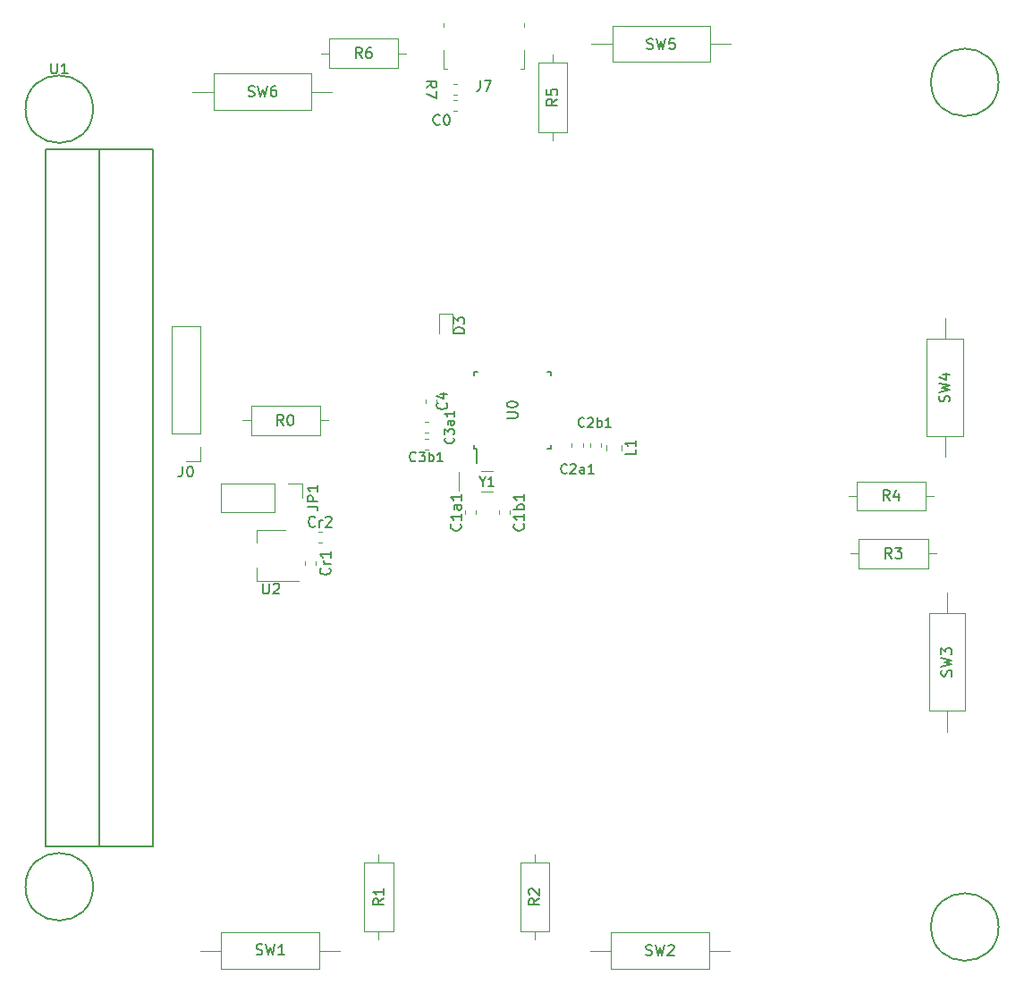
<source format=gto>
G04 #@! TF.GenerationSoftware,KiCad,Pcbnew,6.0.0-unknown-bc26ccf~86~ubuntu18.04.1*
G04 #@! TF.CreationDate,2019-06-19T17:05:38-04:00*
G04 #@! TF.ProjectId,DPL,44504c2e-6b69-4636-9164-5f7063625858,rev?*
G04 #@! TF.SameCoordinates,Original*
G04 #@! TF.FileFunction,Legend,Top*
G04 #@! TF.FilePolarity,Positive*
%FSLAX46Y46*%
G04 Gerber Fmt 4.6, Leading zero omitted, Abs format (unit mm)*
G04 Created by KiCad (PCBNEW 6.0.0-unknown-bc26ccf~86~ubuntu18.04.1) date 2019-06-19 17:05:38*
%MOMM*%
%LPD*%
G04 APERTURE LIST*
%ADD10C,0.120000*%
%ADD11C,0.200000*%
%ADD12C,0.150000*%
G04 APERTURE END LIST*
D10*
X93330000Y-75890000D02*
X90670000Y-75890000D01*
X93330000Y-86110000D02*
X93330000Y-75890000D01*
X90670000Y-86110000D02*
X90670000Y-75890000D01*
X93330000Y-86110000D02*
X90670000Y-86110000D01*
X93330000Y-87380000D02*
X93330000Y-88710000D01*
X93330000Y-88710000D02*
X92000000Y-88710000D01*
X108880000Y-133240000D02*
X111620000Y-133240000D01*
X111620000Y-133240000D02*
X111620000Y-126700000D01*
X111620000Y-126700000D02*
X108880000Y-126700000D01*
X108880000Y-126700000D02*
X108880000Y-133240000D01*
X110250000Y-134010000D02*
X110250000Y-133240000D01*
X110250000Y-125930000D02*
X110250000Y-126700000D01*
D11*
X78715000Y-59155000D02*
X88875000Y-59155000D01*
X88875000Y-59155000D02*
X88875000Y-125195000D01*
X88875000Y-125195000D02*
X78715000Y-125195000D01*
X78715000Y-125195000D02*
X78715000Y-59155000D01*
X83795000Y-59155000D02*
X83795000Y-125195000D01*
X83205000Y-55345000D02*
G75*
G03X83205000Y-55345000I-3200000J0D01*
G01*
X83205000Y-129005000D02*
G75*
G03X83205000Y-129005000I-3200000J0D01*
G01*
X168935000Y-132815000D02*
G75*
G03X168935000Y-132815000I-3200000J0D01*
G01*
X168935000Y-52805000D02*
G75*
G03X168935000Y-52805000I-3200000J0D01*
G01*
D10*
X95290000Y-90820000D02*
X95290000Y-93480000D01*
X100430000Y-90820000D02*
X95290000Y-90820000D01*
X100430000Y-93480000D02*
X95290000Y-93480000D01*
X100430000Y-90820000D02*
X100430000Y-93480000D01*
X101700000Y-90820000D02*
X103030000Y-90820000D01*
X103030000Y-90820000D02*
X103030000Y-92150000D01*
X94600000Y-51980000D02*
X94600000Y-55420000D01*
X94600000Y-55420000D02*
X103840000Y-55420000D01*
X103840000Y-55420000D02*
X103840000Y-51980000D01*
X103840000Y-51980000D02*
X94600000Y-51980000D01*
X92640000Y-53700000D02*
X94600000Y-53700000D01*
X105800000Y-53700000D02*
X103840000Y-53700000D01*
X141600000Y-50870000D02*
X141600000Y-47430000D01*
X141600000Y-47430000D02*
X132360000Y-47430000D01*
X132360000Y-47430000D02*
X132360000Y-50870000D01*
X132360000Y-50870000D02*
X141600000Y-50870000D01*
X143560000Y-49150000D02*
X141600000Y-49150000D01*
X130400000Y-49150000D02*
X132360000Y-49150000D01*
X165570000Y-77100000D02*
X162130000Y-77100000D01*
X162130000Y-77100000D02*
X162130000Y-86340000D01*
X162130000Y-86340000D02*
X165570000Y-86340000D01*
X165570000Y-86340000D02*
X165570000Y-77100000D01*
X163850000Y-75140000D02*
X163850000Y-77100000D01*
X163850000Y-88300000D02*
X163850000Y-86340000D01*
X162330000Y-112350000D02*
X165770000Y-112350000D01*
X165770000Y-112350000D02*
X165770000Y-103110000D01*
X165770000Y-103110000D02*
X162330000Y-103110000D01*
X162330000Y-103110000D02*
X162330000Y-112350000D01*
X164050000Y-114310000D02*
X164050000Y-112350000D01*
X164050000Y-101150000D02*
X164050000Y-103110000D01*
X141500000Y-136770000D02*
X141500000Y-133330000D01*
X141500000Y-133330000D02*
X132260000Y-133330000D01*
X132260000Y-133330000D02*
X132260000Y-136770000D01*
X132260000Y-136770000D02*
X141500000Y-136770000D01*
X143460000Y-135050000D02*
X141500000Y-135050000D01*
X130300000Y-135050000D02*
X132260000Y-135050000D01*
X95350000Y-133330000D02*
X95350000Y-136770000D01*
X95350000Y-136770000D02*
X104590000Y-136770000D01*
X104590000Y-136770000D02*
X104590000Y-133330000D01*
X104590000Y-133330000D02*
X95350000Y-133330000D01*
X93390000Y-135050000D02*
X95350000Y-135050000D01*
X106550000Y-135050000D02*
X104590000Y-135050000D01*
X117328733Y-52940000D02*
X117671267Y-52940000D01*
X117328733Y-53960000D02*
X117671267Y-53960000D01*
X119975000Y-89650000D02*
X121075000Y-89650000D01*
X119975000Y-91550000D02*
X121075000Y-91550000D01*
X117825000Y-89700000D02*
X117825000Y-91500000D01*
X98710000Y-96400000D02*
X98710000Y-95200000D01*
X98710000Y-95200000D02*
X101410000Y-95200000D01*
X102710000Y-100000000D02*
X98710000Y-100000000D01*
X98710000Y-100000000D02*
X98710000Y-98800000D01*
D12*
X119300000Y-87475000D02*
X119525000Y-87475000D01*
X119300000Y-80225000D02*
X119625000Y-80225000D01*
X126550000Y-80225000D02*
X126225000Y-80225000D01*
X126550000Y-87475000D02*
X126225000Y-87475000D01*
X119300000Y-87475000D02*
X119300000Y-87150000D01*
X126550000Y-87475000D02*
X126550000Y-87150000D01*
X126550000Y-80225000D02*
X126550000Y-80550000D01*
X119300000Y-80225000D02*
X119300000Y-80550000D01*
X119525000Y-87475000D02*
X119525000Y-88900000D01*
D10*
X105560000Y-48680000D02*
X105560000Y-51420000D01*
X105560000Y-51420000D02*
X112100000Y-51420000D01*
X112100000Y-51420000D02*
X112100000Y-48680000D01*
X112100000Y-48680000D02*
X105560000Y-48680000D01*
X104790000Y-50050000D02*
X105560000Y-50050000D01*
X112870000Y-50050000D02*
X112100000Y-50050000D01*
X128070000Y-50960000D02*
X125330000Y-50960000D01*
X125330000Y-50960000D02*
X125330000Y-57500000D01*
X125330000Y-57500000D02*
X128070000Y-57500000D01*
X128070000Y-57500000D02*
X128070000Y-50960000D01*
X126700000Y-50190000D02*
X126700000Y-50960000D01*
X126700000Y-58270000D02*
X126700000Y-57500000D01*
X162040000Y-93370000D02*
X162040000Y-90630000D01*
X162040000Y-90630000D02*
X155500000Y-90630000D01*
X155500000Y-90630000D02*
X155500000Y-93370000D01*
X155500000Y-93370000D02*
X162040000Y-93370000D01*
X162810000Y-92000000D02*
X162040000Y-92000000D01*
X154730000Y-92000000D02*
X155500000Y-92000000D01*
X162240000Y-98820000D02*
X162240000Y-96080000D01*
X162240000Y-96080000D02*
X155700000Y-96080000D01*
X155700000Y-96080000D02*
X155700000Y-98820000D01*
X155700000Y-98820000D02*
X162240000Y-98820000D01*
X163010000Y-97450000D02*
X162240000Y-97450000D01*
X154930000Y-97450000D02*
X155700000Y-97450000D01*
X123630000Y-133240000D02*
X126370000Y-133240000D01*
X126370000Y-133240000D02*
X126370000Y-126700000D01*
X126370000Y-126700000D02*
X123630000Y-126700000D01*
X123630000Y-126700000D02*
X123630000Y-133240000D01*
X125000000Y-134010000D02*
X125000000Y-133240000D01*
X125000000Y-125930000D02*
X125000000Y-126700000D01*
X104690000Y-86210000D02*
X104690000Y-83470000D01*
X104690000Y-83470000D02*
X98150000Y-83470000D01*
X98150000Y-83470000D02*
X98150000Y-86210000D01*
X98150000Y-86210000D02*
X104690000Y-86210000D01*
X105460000Y-84840000D02*
X104690000Y-84840000D01*
X97380000Y-84840000D02*
X98150000Y-84840000D01*
X131790000Y-87661252D02*
X131790000Y-87138748D01*
X133210000Y-87661252D02*
X133210000Y-87138748D01*
X116390000Y-51560000D02*
X116770000Y-51560000D01*
X116390000Y-47510000D02*
X116390000Y-47250000D01*
X116390000Y-51560000D02*
X116390000Y-49790000D01*
X124010000Y-51560000D02*
X123630000Y-51560000D01*
X124010000Y-49790000D02*
X124010000Y-51560000D01*
X124010000Y-47250000D02*
X124010000Y-47510000D01*
X117200000Y-74700000D02*
X116000000Y-74700000D01*
X117200000Y-76550000D02*
X117200000Y-74700000D01*
X116000000Y-76550000D02*
X116000000Y-74700000D01*
X104528733Y-95390000D02*
X104871267Y-95390000D01*
X104528733Y-96410000D02*
X104871267Y-96410000D01*
X104310000Y-98178733D02*
X104310000Y-98521267D01*
X103290000Y-98178733D02*
X103290000Y-98521267D01*
X114921267Y-87560000D02*
X114578733Y-87560000D01*
X114921267Y-86540000D02*
X114578733Y-86540000D01*
X114921267Y-86010000D02*
X114578733Y-86010000D01*
X114921267Y-84990000D02*
X114578733Y-84990000D01*
X130240000Y-87371267D02*
X130240000Y-87028733D01*
X131260000Y-87371267D02*
X131260000Y-87028733D01*
X128540000Y-87371267D02*
X128540000Y-87028733D01*
X129560000Y-87371267D02*
X129560000Y-87028733D01*
X122660000Y-93378733D02*
X122660000Y-93721267D01*
X121640000Y-93378733D02*
X121640000Y-93721267D01*
X119410000Y-93378733D02*
X119410000Y-93721267D01*
X118390000Y-93378733D02*
X118390000Y-93721267D01*
X114690000Y-83171267D02*
X114690000Y-82828733D01*
X115710000Y-83171267D02*
X115710000Y-82828733D01*
X117328733Y-54490000D02*
X117671267Y-54490000D01*
X117328733Y-55510000D02*
X117671267Y-55510000D01*
D12*
X91666666Y-89162380D02*
X91666666Y-89876666D01*
X91619047Y-90019523D01*
X91523809Y-90114761D01*
X91380952Y-90162380D01*
X91285714Y-90162380D01*
X92333333Y-89162380D02*
X92428571Y-89162380D01*
X92523809Y-89210000D01*
X92571428Y-89257619D01*
X92619047Y-89352857D01*
X92666666Y-89543333D01*
X92666666Y-89781428D01*
X92619047Y-89971904D01*
X92571428Y-90067142D01*
X92523809Y-90114761D01*
X92428571Y-90162380D01*
X92333333Y-90162380D01*
X92238095Y-90114761D01*
X92190476Y-90067142D01*
X92142857Y-89971904D01*
X92095238Y-89781428D01*
X92095238Y-89543333D01*
X92142857Y-89352857D01*
X92190476Y-89257619D01*
X92238095Y-89210000D01*
X92333333Y-89162380D01*
X110722380Y-130136666D02*
X110246190Y-130470000D01*
X110722380Y-130708095D02*
X109722380Y-130708095D01*
X109722380Y-130327142D01*
X109770000Y-130231904D01*
X109817619Y-130184285D01*
X109912857Y-130136666D01*
X110055714Y-130136666D01*
X110150952Y-130184285D01*
X110198571Y-130231904D01*
X110246190Y-130327142D01*
X110246190Y-130708095D01*
X110722380Y-129184285D02*
X110722380Y-129755714D01*
X110722380Y-129470000D02*
X109722380Y-129470000D01*
X109865238Y-129565238D01*
X109960476Y-129660476D01*
X110008095Y-129755714D01*
X79243095Y-50987380D02*
X79243095Y-51796904D01*
X79290714Y-51892142D01*
X79338333Y-51939761D01*
X79433571Y-51987380D01*
X79624047Y-51987380D01*
X79719285Y-51939761D01*
X79766904Y-51892142D01*
X79814523Y-51796904D01*
X79814523Y-50987380D01*
X80814523Y-51987380D02*
X80243095Y-51987380D01*
X80528809Y-51987380D02*
X80528809Y-50987380D01*
X80433571Y-51130238D01*
X80338333Y-51225476D01*
X80243095Y-51273095D01*
X103482380Y-92983333D02*
X104196666Y-92983333D01*
X104339523Y-93030952D01*
X104434761Y-93126190D01*
X104482380Y-93269047D01*
X104482380Y-93364285D01*
X104482380Y-92507142D02*
X103482380Y-92507142D01*
X103482380Y-92126190D01*
X103530000Y-92030952D01*
X103577619Y-91983333D01*
X103672857Y-91935714D01*
X103815714Y-91935714D01*
X103910952Y-91983333D01*
X103958571Y-92030952D01*
X104006190Y-92126190D01*
X104006190Y-92507142D01*
X104482380Y-90983333D02*
X104482380Y-91554761D01*
X104482380Y-91269047D02*
X103482380Y-91269047D01*
X103625238Y-91364285D01*
X103720476Y-91459523D01*
X103768095Y-91554761D01*
X97916666Y-54104761D02*
X98059523Y-54152380D01*
X98297619Y-54152380D01*
X98392857Y-54104761D01*
X98440476Y-54057142D01*
X98488095Y-53961904D01*
X98488095Y-53866666D01*
X98440476Y-53771428D01*
X98392857Y-53723809D01*
X98297619Y-53676190D01*
X98107142Y-53628571D01*
X98011904Y-53580952D01*
X97964285Y-53533333D01*
X97916666Y-53438095D01*
X97916666Y-53342857D01*
X97964285Y-53247619D01*
X98011904Y-53200000D01*
X98107142Y-53152380D01*
X98345238Y-53152380D01*
X98488095Y-53200000D01*
X98821428Y-53152380D02*
X99059523Y-54152380D01*
X99250000Y-53438095D01*
X99440476Y-54152380D01*
X99678571Y-53152380D01*
X100488095Y-53152380D02*
X100297619Y-53152380D01*
X100202380Y-53200000D01*
X100154761Y-53247619D01*
X100059523Y-53390476D01*
X100011904Y-53580952D01*
X100011904Y-53961904D01*
X100059523Y-54057142D01*
X100107142Y-54104761D01*
X100202380Y-54152380D01*
X100392857Y-54152380D01*
X100488095Y-54104761D01*
X100535714Y-54057142D01*
X100583333Y-53961904D01*
X100583333Y-53723809D01*
X100535714Y-53628571D01*
X100488095Y-53580952D01*
X100392857Y-53533333D01*
X100202380Y-53533333D01*
X100107142Y-53580952D01*
X100059523Y-53628571D01*
X100011904Y-53723809D01*
X135646666Y-49604761D02*
X135789523Y-49652380D01*
X136027619Y-49652380D01*
X136122857Y-49604761D01*
X136170476Y-49557142D01*
X136218095Y-49461904D01*
X136218095Y-49366666D01*
X136170476Y-49271428D01*
X136122857Y-49223809D01*
X136027619Y-49176190D01*
X135837142Y-49128571D01*
X135741904Y-49080952D01*
X135694285Y-49033333D01*
X135646666Y-48938095D01*
X135646666Y-48842857D01*
X135694285Y-48747619D01*
X135741904Y-48700000D01*
X135837142Y-48652380D01*
X136075238Y-48652380D01*
X136218095Y-48700000D01*
X136551428Y-48652380D02*
X136789523Y-49652380D01*
X136980000Y-48938095D01*
X137170476Y-49652380D01*
X137408571Y-48652380D01*
X138265714Y-48652380D02*
X137789523Y-48652380D01*
X137741904Y-49128571D01*
X137789523Y-49080952D01*
X137884761Y-49033333D01*
X138122857Y-49033333D01*
X138218095Y-49080952D01*
X138265714Y-49128571D01*
X138313333Y-49223809D01*
X138313333Y-49461904D01*
X138265714Y-49557142D01*
X138218095Y-49604761D01*
X138122857Y-49652380D01*
X137884761Y-49652380D01*
X137789523Y-49604761D01*
X137741904Y-49557142D01*
X164254761Y-83053333D02*
X164302380Y-82910476D01*
X164302380Y-82672380D01*
X164254761Y-82577142D01*
X164207142Y-82529523D01*
X164111904Y-82481904D01*
X164016666Y-82481904D01*
X163921428Y-82529523D01*
X163873809Y-82577142D01*
X163826190Y-82672380D01*
X163778571Y-82862857D01*
X163730952Y-82958095D01*
X163683333Y-83005714D01*
X163588095Y-83053333D01*
X163492857Y-83053333D01*
X163397619Y-83005714D01*
X163350000Y-82958095D01*
X163302380Y-82862857D01*
X163302380Y-82624761D01*
X163350000Y-82481904D01*
X163302380Y-82148571D02*
X164302380Y-81910476D01*
X163588095Y-81720000D01*
X164302380Y-81529523D01*
X163302380Y-81291428D01*
X163635714Y-80481904D02*
X164302380Y-80481904D01*
X163254761Y-80720000D02*
X163969047Y-80958095D01*
X163969047Y-80339047D01*
X164454761Y-109063333D02*
X164502380Y-108920476D01*
X164502380Y-108682380D01*
X164454761Y-108587142D01*
X164407142Y-108539523D01*
X164311904Y-108491904D01*
X164216666Y-108491904D01*
X164121428Y-108539523D01*
X164073809Y-108587142D01*
X164026190Y-108682380D01*
X163978571Y-108872857D01*
X163930952Y-108968095D01*
X163883333Y-109015714D01*
X163788095Y-109063333D01*
X163692857Y-109063333D01*
X163597619Y-109015714D01*
X163550000Y-108968095D01*
X163502380Y-108872857D01*
X163502380Y-108634761D01*
X163550000Y-108491904D01*
X163502380Y-108158571D02*
X164502380Y-107920476D01*
X163788095Y-107730000D01*
X164502380Y-107539523D01*
X163502380Y-107301428D01*
X163502380Y-107015714D02*
X163502380Y-106396666D01*
X163883333Y-106730000D01*
X163883333Y-106587142D01*
X163930952Y-106491904D01*
X163978571Y-106444285D01*
X164073809Y-106396666D01*
X164311904Y-106396666D01*
X164407142Y-106444285D01*
X164454761Y-106491904D01*
X164502380Y-106587142D01*
X164502380Y-106872857D01*
X164454761Y-106968095D01*
X164407142Y-107015714D01*
X135546666Y-135454761D02*
X135689523Y-135502380D01*
X135927619Y-135502380D01*
X136022857Y-135454761D01*
X136070476Y-135407142D01*
X136118095Y-135311904D01*
X136118095Y-135216666D01*
X136070476Y-135121428D01*
X136022857Y-135073809D01*
X135927619Y-135026190D01*
X135737142Y-134978571D01*
X135641904Y-134930952D01*
X135594285Y-134883333D01*
X135546666Y-134788095D01*
X135546666Y-134692857D01*
X135594285Y-134597619D01*
X135641904Y-134550000D01*
X135737142Y-134502380D01*
X135975238Y-134502380D01*
X136118095Y-134550000D01*
X136451428Y-134502380D02*
X136689523Y-135502380D01*
X136880000Y-134788095D01*
X137070476Y-135502380D01*
X137308571Y-134502380D01*
X137641904Y-134597619D02*
X137689523Y-134550000D01*
X137784761Y-134502380D01*
X138022857Y-134502380D01*
X138118095Y-134550000D01*
X138165714Y-134597619D01*
X138213333Y-134692857D01*
X138213333Y-134788095D01*
X138165714Y-134930952D01*
X137594285Y-135502380D01*
X138213333Y-135502380D01*
X98666666Y-135404761D02*
X98809523Y-135452380D01*
X99047619Y-135452380D01*
X99142857Y-135404761D01*
X99190476Y-135357142D01*
X99238095Y-135261904D01*
X99238095Y-135166666D01*
X99190476Y-135071428D01*
X99142857Y-135023809D01*
X99047619Y-134976190D01*
X98857142Y-134928571D01*
X98761904Y-134880952D01*
X98714285Y-134833333D01*
X98666666Y-134738095D01*
X98666666Y-134642857D01*
X98714285Y-134547619D01*
X98761904Y-134500000D01*
X98857142Y-134452380D01*
X99095238Y-134452380D01*
X99238095Y-134500000D01*
X99571428Y-134452380D02*
X99809523Y-135452380D01*
X100000000Y-134738095D01*
X100190476Y-135452380D01*
X100428571Y-134452380D01*
X101333333Y-135452380D02*
X100761904Y-135452380D01*
X101047619Y-135452380D02*
X101047619Y-134452380D01*
X100952380Y-134595238D01*
X100857142Y-134690476D01*
X100761904Y-134738095D01*
X114747619Y-53283333D02*
X115223809Y-52950000D01*
X114747619Y-52711904D02*
X115747619Y-52711904D01*
X115747619Y-53092857D01*
X115700000Y-53188095D01*
X115652380Y-53235714D01*
X115557142Y-53283333D01*
X115414285Y-53283333D01*
X115319047Y-53235714D01*
X115271428Y-53188095D01*
X115223809Y-53092857D01*
X115223809Y-52711904D01*
X115747619Y-53616666D02*
X115747619Y-54283333D01*
X114747619Y-53854761D01*
X120096428Y-90628571D02*
X120096428Y-91057142D01*
X119796428Y-90157142D02*
X120096428Y-90628571D01*
X120396428Y-90157142D01*
X121167857Y-91057142D02*
X120653571Y-91057142D01*
X120910714Y-91057142D02*
X120910714Y-90157142D01*
X120825000Y-90285714D01*
X120739285Y-90371428D01*
X120653571Y-90414285D01*
X99278095Y-100252380D02*
X99278095Y-101061904D01*
X99325714Y-101157142D01*
X99373333Y-101204761D01*
X99468571Y-101252380D01*
X99659047Y-101252380D01*
X99754285Y-101204761D01*
X99801904Y-101157142D01*
X99849523Y-101061904D01*
X99849523Y-100252380D01*
X100278095Y-100347619D02*
X100325714Y-100300000D01*
X100420952Y-100252380D01*
X100659047Y-100252380D01*
X100754285Y-100300000D01*
X100801904Y-100347619D01*
X100849523Y-100442857D01*
X100849523Y-100538095D01*
X100801904Y-100680952D01*
X100230476Y-101252380D01*
X100849523Y-101252380D01*
X122377380Y-84611904D02*
X123186904Y-84611904D01*
X123282142Y-84564285D01*
X123329761Y-84516666D01*
X123377380Y-84421428D01*
X123377380Y-84230952D01*
X123329761Y-84135714D01*
X123282142Y-84088095D01*
X123186904Y-84040476D01*
X122377380Y-84040476D01*
X122377380Y-83373809D02*
X122377380Y-83278571D01*
X122425000Y-83183333D01*
X122472619Y-83135714D01*
X122567857Y-83088095D01*
X122758333Y-83040476D01*
X122996428Y-83040476D01*
X123186904Y-83088095D01*
X123282142Y-83135714D01*
X123329761Y-83183333D01*
X123377380Y-83278571D01*
X123377380Y-83373809D01*
X123329761Y-83469047D01*
X123282142Y-83516666D01*
X123186904Y-83564285D01*
X122996428Y-83611904D01*
X122758333Y-83611904D01*
X122567857Y-83564285D01*
X122472619Y-83516666D01*
X122425000Y-83469047D01*
X122377380Y-83373809D01*
X108663333Y-50502380D02*
X108330000Y-50026190D01*
X108091904Y-50502380D02*
X108091904Y-49502380D01*
X108472857Y-49502380D01*
X108568095Y-49550000D01*
X108615714Y-49597619D01*
X108663333Y-49692857D01*
X108663333Y-49835714D01*
X108615714Y-49930952D01*
X108568095Y-49978571D01*
X108472857Y-50026190D01*
X108091904Y-50026190D01*
X109520476Y-49502380D02*
X109330000Y-49502380D01*
X109234761Y-49550000D01*
X109187142Y-49597619D01*
X109091904Y-49740476D01*
X109044285Y-49930952D01*
X109044285Y-50311904D01*
X109091904Y-50407142D01*
X109139523Y-50454761D01*
X109234761Y-50502380D01*
X109425238Y-50502380D01*
X109520476Y-50454761D01*
X109568095Y-50407142D01*
X109615714Y-50311904D01*
X109615714Y-50073809D01*
X109568095Y-49978571D01*
X109520476Y-49930952D01*
X109425238Y-49883333D01*
X109234761Y-49883333D01*
X109139523Y-49930952D01*
X109091904Y-49978571D01*
X109044285Y-50073809D01*
X127152380Y-54396666D02*
X126676190Y-54730000D01*
X127152380Y-54968095D02*
X126152380Y-54968095D01*
X126152380Y-54587142D01*
X126200000Y-54491904D01*
X126247619Y-54444285D01*
X126342857Y-54396666D01*
X126485714Y-54396666D01*
X126580952Y-54444285D01*
X126628571Y-54491904D01*
X126676190Y-54587142D01*
X126676190Y-54968095D01*
X126152380Y-53491904D02*
X126152380Y-53968095D01*
X126628571Y-54015714D01*
X126580952Y-53968095D01*
X126533333Y-53872857D01*
X126533333Y-53634761D01*
X126580952Y-53539523D01*
X126628571Y-53491904D01*
X126723809Y-53444285D01*
X126961904Y-53444285D01*
X127057142Y-53491904D01*
X127104761Y-53539523D01*
X127152380Y-53634761D01*
X127152380Y-53872857D01*
X127104761Y-53968095D01*
X127057142Y-54015714D01*
X158603333Y-92422380D02*
X158270000Y-91946190D01*
X158031904Y-92422380D02*
X158031904Y-91422380D01*
X158412857Y-91422380D01*
X158508095Y-91470000D01*
X158555714Y-91517619D01*
X158603333Y-91612857D01*
X158603333Y-91755714D01*
X158555714Y-91850952D01*
X158508095Y-91898571D01*
X158412857Y-91946190D01*
X158031904Y-91946190D01*
X159460476Y-91755714D02*
X159460476Y-92422380D01*
X159222380Y-91374761D02*
X158984285Y-92089047D01*
X159603333Y-92089047D01*
X158803333Y-97902380D02*
X158470000Y-97426190D01*
X158231904Y-97902380D02*
X158231904Y-96902380D01*
X158612857Y-96902380D01*
X158708095Y-96950000D01*
X158755714Y-96997619D01*
X158803333Y-97092857D01*
X158803333Y-97235714D01*
X158755714Y-97330952D01*
X158708095Y-97378571D01*
X158612857Y-97426190D01*
X158231904Y-97426190D01*
X159136666Y-96902380D02*
X159755714Y-96902380D01*
X159422380Y-97283333D01*
X159565238Y-97283333D01*
X159660476Y-97330952D01*
X159708095Y-97378571D01*
X159755714Y-97473809D01*
X159755714Y-97711904D01*
X159708095Y-97807142D01*
X159660476Y-97854761D01*
X159565238Y-97902380D01*
X159279523Y-97902380D01*
X159184285Y-97854761D01*
X159136666Y-97807142D01*
X125452380Y-130136666D02*
X124976190Y-130470000D01*
X125452380Y-130708095D02*
X124452380Y-130708095D01*
X124452380Y-130327142D01*
X124500000Y-130231904D01*
X124547619Y-130184285D01*
X124642857Y-130136666D01*
X124785714Y-130136666D01*
X124880952Y-130184285D01*
X124928571Y-130231904D01*
X124976190Y-130327142D01*
X124976190Y-130708095D01*
X124547619Y-129755714D02*
X124500000Y-129708095D01*
X124452380Y-129612857D01*
X124452380Y-129374761D01*
X124500000Y-129279523D01*
X124547619Y-129231904D01*
X124642857Y-129184285D01*
X124738095Y-129184285D01*
X124880952Y-129231904D01*
X125452380Y-129803333D01*
X125452380Y-129184285D01*
X101223333Y-85292380D02*
X100890000Y-84816190D01*
X100651904Y-85292380D02*
X100651904Y-84292380D01*
X101032857Y-84292380D01*
X101128095Y-84340000D01*
X101175714Y-84387619D01*
X101223333Y-84482857D01*
X101223333Y-84625714D01*
X101175714Y-84720952D01*
X101128095Y-84768571D01*
X101032857Y-84816190D01*
X100651904Y-84816190D01*
X101842380Y-84292380D02*
X101937619Y-84292380D01*
X102032857Y-84340000D01*
X102080476Y-84387619D01*
X102128095Y-84482857D01*
X102175714Y-84673333D01*
X102175714Y-84911428D01*
X102128095Y-85101904D01*
X102080476Y-85197142D01*
X102032857Y-85244761D01*
X101937619Y-85292380D01*
X101842380Y-85292380D01*
X101747142Y-85244761D01*
X101699523Y-85197142D01*
X101651904Y-85101904D01*
X101604285Y-84911428D01*
X101604285Y-84673333D01*
X101651904Y-84482857D01*
X101699523Y-84387619D01*
X101747142Y-84340000D01*
X101842380Y-84292380D01*
X134552380Y-87566666D02*
X134552380Y-88042857D01*
X133552380Y-88042857D01*
X134552380Y-86709523D02*
X134552380Y-87280952D01*
X134552380Y-86995238D02*
X133552380Y-86995238D01*
X133695238Y-87090476D01*
X133790476Y-87185714D01*
X133838095Y-87280952D01*
X119866666Y-52602380D02*
X119866666Y-53316666D01*
X119819047Y-53459523D01*
X119723809Y-53554761D01*
X119580952Y-53602380D01*
X119485714Y-53602380D01*
X120247619Y-52602380D02*
X120914285Y-52602380D01*
X120485714Y-53602380D01*
X118352380Y-76588095D02*
X117352380Y-76588095D01*
X117352380Y-76350000D01*
X117400000Y-76207142D01*
X117495238Y-76111904D01*
X117590476Y-76064285D01*
X117780952Y-76016666D01*
X117923809Y-76016666D01*
X118114285Y-76064285D01*
X118209523Y-76111904D01*
X118304761Y-76207142D01*
X118352380Y-76350000D01*
X118352380Y-76588095D01*
X117352380Y-75683333D02*
X117352380Y-75064285D01*
X117733333Y-75397619D01*
X117733333Y-75254761D01*
X117780952Y-75159523D01*
X117828571Y-75111904D01*
X117923809Y-75064285D01*
X118161904Y-75064285D01*
X118257142Y-75111904D01*
X118304761Y-75159523D01*
X118352380Y-75254761D01*
X118352380Y-75540476D01*
X118304761Y-75635714D01*
X118257142Y-75683333D01*
X104223809Y-94827142D02*
X104176190Y-94874761D01*
X104033333Y-94922380D01*
X103938095Y-94922380D01*
X103795238Y-94874761D01*
X103700000Y-94779523D01*
X103652380Y-94684285D01*
X103604761Y-94493809D01*
X103604761Y-94350952D01*
X103652380Y-94160476D01*
X103700000Y-94065238D01*
X103795238Y-93970000D01*
X103938095Y-93922380D01*
X104033333Y-93922380D01*
X104176190Y-93970000D01*
X104223809Y-94017619D01*
X104652380Y-94922380D02*
X104652380Y-94255714D01*
X104652380Y-94446190D02*
X104700000Y-94350952D01*
X104747619Y-94303333D01*
X104842857Y-94255714D01*
X104938095Y-94255714D01*
X105223809Y-94017619D02*
X105271428Y-93970000D01*
X105366666Y-93922380D01*
X105604761Y-93922380D01*
X105700000Y-93970000D01*
X105747619Y-94017619D01*
X105795238Y-94112857D01*
X105795238Y-94208095D01*
X105747619Y-94350952D01*
X105176190Y-94922380D01*
X105795238Y-94922380D01*
X105587142Y-98826190D02*
X105634761Y-98873809D01*
X105682380Y-99016666D01*
X105682380Y-99111904D01*
X105634761Y-99254761D01*
X105539523Y-99350000D01*
X105444285Y-99397619D01*
X105253809Y-99445238D01*
X105110952Y-99445238D01*
X104920476Y-99397619D01*
X104825238Y-99350000D01*
X104730000Y-99254761D01*
X104682380Y-99111904D01*
X104682380Y-99016666D01*
X104730000Y-98873809D01*
X104777619Y-98826190D01*
X105682380Y-98397619D02*
X105015714Y-98397619D01*
X105206190Y-98397619D02*
X105110952Y-98350000D01*
X105063333Y-98302380D01*
X105015714Y-98207142D01*
X105015714Y-98111904D01*
X105682380Y-97254761D02*
X105682380Y-97826190D01*
X105682380Y-97540476D02*
X104682380Y-97540476D01*
X104825238Y-97635714D01*
X104920476Y-97730952D01*
X104968095Y-97826190D01*
X113764285Y-88621428D02*
X113721428Y-88664285D01*
X113592857Y-88707142D01*
X113507142Y-88707142D01*
X113378571Y-88664285D01*
X113292857Y-88578571D01*
X113250000Y-88492857D01*
X113207142Y-88321428D01*
X113207142Y-88192857D01*
X113250000Y-88021428D01*
X113292857Y-87935714D01*
X113378571Y-87850000D01*
X113507142Y-87807142D01*
X113592857Y-87807142D01*
X113721428Y-87850000D01*
X113764285Y-87892857D01*
X114064285Y-87807142D02*
X114621428Y-87807142D01*
X114321428Y-88150000D01*
X114450000Y-88150000D01*
X114535714Y-88192857D01*
X114578571Y-88235714D01*
X114621428Y-88321428D01*
X114621428Y-88535714D01*
X114578571Y-88621428D01*
X114535714Y-88664285D01*
X114450000Y-88707142D01*
X114192857Y-88707142D01*
X114107142Y-88664285D01*
X114064285Y-88621428D01*
X115007142Y-88707142D02*
X115007142Y-87807142D01*
X115007142Y-88150000D02*
X115092857Y-88107142D01*
X115264285Y-88107142D01*
X115350000Y-88150000D01*
X115392857Y-88192857D01*
X115435714Y-88278571D01*
X115435714Y-88535714D01*
X115392857Y-88621428D01*
X115350000Y-88664285D01*
X115264285Y-88707142D01*
X115092857Y-88707142D01*
X115007142Y-88664285D01*
X116292857Y-88707142D02*
X115778571Y-88707142D01*
X116035714Y-88707142D02*
X116035714Y-87807142D01*
X115950000Y-87935714D01*
X115864285Y-88021428D01*
X115778571Y-88064285D01*
X117321428Y-86485714D02*
X117364285Y-86528571D01*
X117407142Y-86657142D01*
X117407142Y-86742857D01*
X117364285Y-86871428D01*
X117278571Y-86957142D01*
X117192857Y-87000000D01*
X117021428Y-87042857D01*
X116892857Y-87042857D01*
X116721428Y-87000000D01*
X116635714Y-86957142D01*
X116550000Y-86871428D01*
X116507142Y-86742857D01*
X116507142Y-86657142D01*
X116550000Y-86528571D01*
X116592857Y-86485714D01*
X116507142Y-86185714D02*
X116507142Y-85628571D01*
X116850000Y-85928571D01*
X116850000Y-85800000D01*
X116892857Y-85714285D01*
X116935714Y-85671428D01*
X117021428Y-85628571D01*
X117235714Y-85628571D01*
X117321428Y-85671428D01*
X117364285Y-85714285D01*
X117407142Y-85800000D01*
X117407142Y-86057142D01*
X117364285Y-86142857D01*
X117321428Y-86185714D01*
X117407142Y-84857142D02*
X116935714Y-84857142D01*
X116850000Y-84900000D01*
X116807142Y-84985714D01*
X116807142Y-85157142D01*
X116850000Y-85242857D01*
X117364285Y-84857142D02*
X117407142Y-84942857D01*
X117407142Y-85157142D01*
X117364285Y-85242857D01*
X117278571Y-85285714D01*
X117192857Y-85285714D01*
X117107142Y-85242857D01*
X117064285Y-85157142D01*
X117064285Y-84942857D01*
X117021428Y-84857142D01*
X117407142Y-83957142D02*
X117407142Y-84471428D01*
X117407142Y-84214285D02*
X116507142Y-84214285D01*
X116635714Y-84300000D01*
X116721428Y-84385714D01*
X116764285Y-84471428D01*
X129714285Y-85371428D02*
X129671428Y-85414285D01*
X129542857Y-85457142D01*
X129457142Y-85457142D01*
X129328571Y-85414285D01*
X129242857Y-85328571D01*
X129200000Y-85242857D01*
X129157142Y-85071428D01*
X129157142Y-84942857D01*
X129200000Y-84771428D01*
X129242857Y-84685714D01*
X129328571Y-84600000D01*
X129457142Y-84557142D01*
X129542857Y-84557142D01*
X129671428Y-84600000D01*
X129714285Y-84642857D01*
X130057142Y-84642857D02*
X130100000Y-84600000D01*
X130185714Y-84557142D01*
X130400000Y-84557142D01*
X130485714Y-84600000D01*
X130528571Y-84642857D01*
X130571428Y-84728571D01*
X130571428Y-84814285D01*
X130528571Y-84942857D01*
X130014285Y-85457142D01*
X130571428Y-85457142D01*
X130957142Y-85457142D02*
X130957142Y-84557142D01*
X130957142Y-84900000D02*
X131042857Y-84857142D01*
X131214285Y-84857142D01*
X131300000Y-84900000D01*
X131342857Y-84942857D01*
X131385714Y-85028571D01*
X131385714Y-85285714D01*
X131342857Y-85371428D01*
X131300000Y-85414285D01*
X131214285Y-85457142D01*
X131042857Y-85457142D01*
X130957142Y-85414285D01*
X132242857Y-85457142D02*
X131728571Y-85457142D01*
X131985714Y-85457142D02*
X131985714Y-84557142D01*
X131900000Y-84685714D01*
X131814285Y-84771428D01*
X131728571Y-84814285D01*
X128064285Y-89771428D02*
X128021428Y-89814285D01*
X127892857Y-89857142D01*
X127807142Y-89857142D01*
X127678571Y-89814285D01*
X127592857Y-89728571D01*
X127550000Y-89642857D01*
X127507142Y-89471428D01*
X127507142Y-89342857D01*
X127550000Y-89171428D01*
X127592857Y-89085714D01*
X127678571Y-89000000D01*
X127807142Y-88957142D01*
X127892857Y-88957142D01*
X128021428Y-89000000D01*
X128064285Y-89042857D01*
X128407142Y-89042857D02*
X128450000Y-89000000D01*
X128535714Y-88957142D01*
X128750000Y-88957142D01*
X128835714Y-89000000D01*
X128878571Y-89042857D01*
X128921428Y-89128571D01*
X128921428Y-89214285D01*
X128878571Y-89342857D01*
X128364285Y-89857142D01*
X128921428Y-89857142D01*
X129692857Y-89857142D02*
X129692857Y-89385714D01*
X129650000Y-89300000D01*
X129564285Y-89257142D01*
X129392857Y-89257142D01*
X129307142Y-89300000D01*
X129692857Y-89814285D02*
X129607142Y-89857142D01*
X129392857Y-89857142D01*
X129307142Y-89814285D01*
X129264285Y-89728571D01*
X129264285Y-89642857D01*
X129307142Y-89557142D01*
X129392857Y-89514285D01*
X129607142Y-89514285D01*
X129692857Y-89471428D01*
X130592857Y-89857142D02*
X130078571Y-89857142D01*
X130335714Y-89857142D02*
X130335714Y-88957142D01*
X130250000Y-89085714D01*
X130164285Y-89171428D01*
X130078571Y-89214285D01*
X123937142Y-94645238D02*
X123984761Y-94692857D01*
X124032380Y-94835714D01*
X124032380Y-94930952D01*
X123984761Y-95073809D01*
X123889523Y-95169047D01*
X123794285Y-95216666D01*
X123603809Y-95264285D01*
X123460952Y-95264285D01*
X123270476Y-95216666D01*
X123175238Y-95169047D01*
X123080000Y-95073809D01*
X123032380Y-94930952D01*
X123032380Y-94835714D01*
X123080000Y-94692857D01*
X123127619Y-94645238D01*
X124032380Y-93692857D02*
X124032380Y-94264285D01*
X124032380Y-93978571D02*
X123032380Y-93978571D01*
X123175238Y-94073809D01*
X123270476Y-94169047D01*
X123318095Y-94264285D01*
X124032380Y-93264285D02*
X123032380Y-93264285D01*
X123413333Y-93264285D02*
X123365714Y-93169047D01*
X123365714Y-92978571D01*
X123413333Y-92883333D01*
X123460952Y-92835714D01*
X123556190Y-92788095D01*
X123841904Y-92788095D01*
X123937142Y-92835714D01*
X123984761Y-92883333D01*
X124032380Y-92978571D01*
X124032380Y-93169047D01*
X123984761Y-93264285D01*
X124032380Y-91835714D02*
X124032380Y-92407142D01*
X124032380Y-92121428D02*
X123032380Y-92121428D01*
X123175238Y-92216666D01*
X123270476Y-92311904D01*
X123318095Y-92407142D01*
X117957142Y-94645238D02*
X118004761Y-94692857D01*
X118052380Y-94835714D01*
X118052380Y-94930952D01*
X118004761Y-95073809D01*
X117909523Y-95169047D01*
X117814285Y-95216666D01*
X117623809Y-95264285D01*
X117480952Y-95264285D01*
X117290476Y-95216666D01*
X117195238Y-95169047D01*
X117100000Y-95073809D01*
X117052380Y-94930952D01*
X117052380Y-94835714D01*
X117100000Y-94692857D01*
X117147619Y-94645238D01*
X118052380Y-93692857D02*
X118052380Y-94264285D01*
X118052380Y-93978571D02*
X117052380Y-93978571D01*
X117195238Y-94073809D01*
X117290476Y-94169047D01*
X117338095Y-94264285D01*
X118052380Y-92835714D02*
X117528571Y-92835714D01*
X117433333Y-92883333D01*
X117385714Y-92978571D01*
X117385714Y-93169047D01*
X117433333Y-93264285D01*
X118004761Y-92835714D02*
X118052380Y-92930952D01*
X118052380Y-93169047D01*
X118004761Y-93264285D01*
X117909523Y-93311904D01*
X117814285Y-93311904D01*
X117719047Y-93264285D01*
X117671428Y-93169047D01*
X117671428Y-92930952D01*
X117623809Y-92835714D01*
X118052380Y-91835714D02*
X118052380Y-92407142D01*
X118052380Y-92121428D02*
X117052380Y-92121428D01*
X117195238Y-92216666D01*
X117290476Y-92311904D01*
X117338095Y-92407142D01*
X116657142Y-83166666D02*
X116704761Y-83214285D01*
X116752380Y-83357142D01*
X116752380Y-83452380D01*
X116704761Y-83595238D01*
X116609523Y-83690476D01*
X116514285Y-83738095D01*
X116323809Y-83785714D01*
X116180952Y-83785714D01*
X115990476Y-83738095D01*
X115895238Y-83690476D01*
X115800000Y-83595238D01*
X115752380Y-83452380D01*
X115752380Y-83357142D01*
X115800000Y-83214285D01*
X115847619Y-83166666D01*
X116085714Y-82309523D02*
X116752380Y-82309523D01*
X115704761Y-82547619D02*
X116419047Y-82785714D01*
X116419047Y-82166666D01*
X116033333Y-56757142D02*
X115985714Y-56804761D01*
X115842857Y-56852380D01*
X115747619Y-56852380D01*
X115604761Y-56804761D01*
X115509523Y-56709523D01*
X115461904Y-56614285D01*
X115414285Y-56423809D01*
X115414285Y-56280952D01*
X115461904Y-56090476D01*
X115509523Y-55995238D01*
X115604761Y-55900000D01*
X115747619Y-55852380D01*
X115842857Y-55852380D01*
X115985714Y-55900000D01*
X116033333Y-55947619D01*
X116652380Y-55852380D02*
X116747619Y-55852380D01*
X116842857Y-55900000D01*
X116890476Y-55947619D01*
X116938095Y-56042857D01*
X116985714Y-56233333D01*
X116985714Y-56471428D01*
X116938095Y-56661904D01*
X116890476Y-56757142D01*
X116842857Y-56804761D01*
X116747619Y-56852380D01*
X116652380Y-56852380D01*
X116557142Y-56804761D01*
X116509523Y-56757142D01*
X116461904Y-56661904D01*
X116414285Y-56471428D01*
X116414285Y-56233333D01*
X116461904Y-56042857D01*
X116509523Y-55947619D01*
X116557142Y-55900000D01*
X116652380Y-55852380D01*
M02*

</source>
